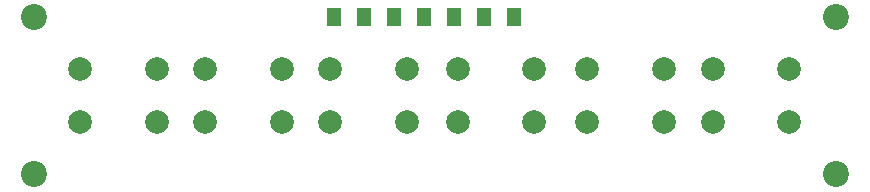
<source format=gts>
G04 #@! TF.GenerationSoftware,KiCad,Pcbnew,(5.1.10)-1*
G04 #@! TF.CreationDate,2023-12-13T20:03:29-05:00*
G04 #@! TF.ProjectId,LED_Matrix_Button_Board,4c45445f-4d61-4747-9269-785f42757474,rev?*
G04 #@! TF.SameCoordinates,Original*
G04 #@! TF.FileFunction,Soldermask,Top*
G04 #@! TF.FilePolarity,Negative*
%FSLAX46Y46*%
G04 Gerber Fmt 4.6, Leading zero omitted, Abs format (unit mm)*
G04 Created by KiCad (PCBNEW (5.1.10)-1) date 2023-12-13 20:03:29*
%MOMM*%
%LPD*%
G01*
G04 APERTURE LIST*
%ADD10C,2.200000*%
%ADD11R,1.200000X1.500000*%
%ADD12C,2.000000*%
G04 APERTURE END LIST*
D10*
X186690000Y-103505000D03*
X186690000Y-116840000D03*
X118745000Y-116840000D03*
X118745000Y-103505000D03*
D11*
X159385000Y-103505000D03*
X156845000Y-103505000D03*
X154305000Y-103505000D03*
X151765000Y-103505000D03*
X149225000Y-103505000D03*
X146685000Y-103505000D03*
X144145000Y-103505000D03*
D12*
X176230000Y-112395000D03*
X176230000Y-107895000D03*
X182730000Y-112395000D03*
X182730000Y-107895000D03*
X165585000Y-112395000D03*
X165585000Y-107895000D03*
X172085000Y-112395000D03*
X172085000Y-107895000D03*
X154640000Y-112395000D03*
X154640000Y-107895000D03*
X161140000Y-112395000D03*
X161140000Y-107895000D03*
X143845000Y-112395000D03*
X143845000Y-107895000D03*
X150345000Y-112395000D03*
X150345000Y-107895000D03*
X133254000Y-112395000D03*
X133254000Y-107895000D03*
X139754000Y-112395000D03*
X139754000Y-107895000D03*
X122704000Y-112395000D03*
X122704000Y-107895000D03*
X129204000Y-112395000D03*
X129204000Y-107895000D03*
M02*

</source>
